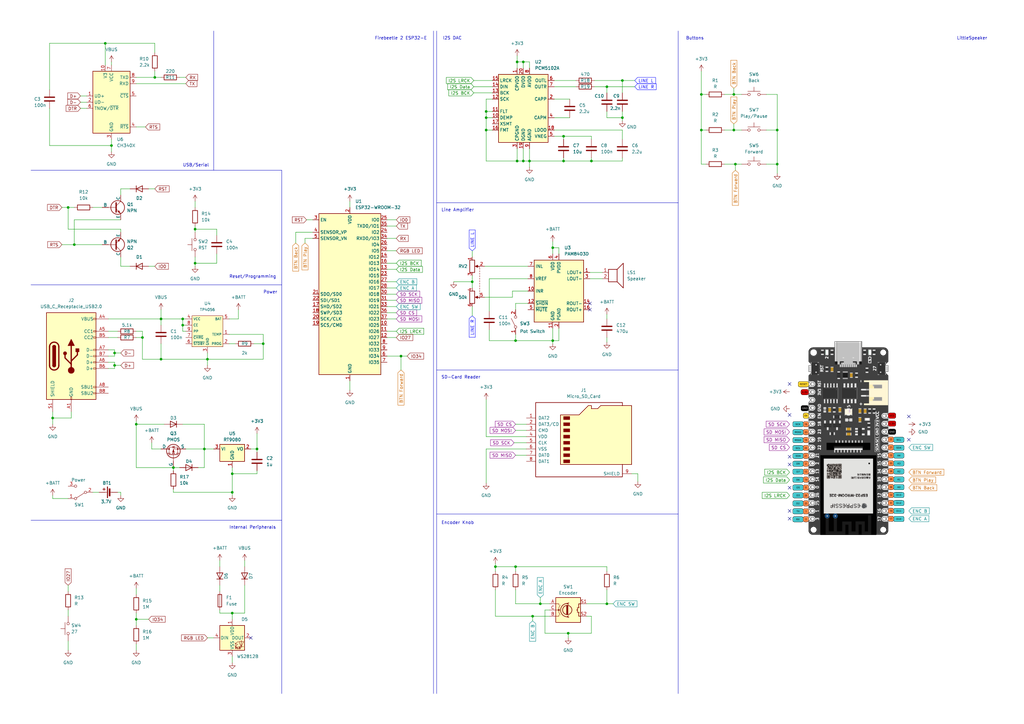
<source format=kicad_sch>
(kicad_sch (version 20230121) (generator eeschema)
  (paper "A3")
  (title_block (title "LittleSpeaker") (date "2024-01-13") (rev "1.0.0") (company "Dunkelstern (Johannes Schriewer)") (comment 1 "Left Side: Firebeetle 2 Internal") (comment 2 "Right Side: Module Schematics") (comment 3 "FIXME: Move BTN Forward to other Pin to be able to use Battery sensing"))
  (junction (at 27.94 85.09))
  (junction (at 80.01 93.98))
  (junction (at 287.655 38.735))
  (junction (at 55.88 254))
  (junction (at 43.18 17.78))
  (junction (at 105.41 184.15))
  (junction (at 199.39 48.26))
  (junction (at 58.42 138.43))
  (junction (at 226.695 101.6))
  (junction (at 300.99 38.735))
  (junction (at 255.27 33.02))
  (junction (at 211.455 232.41))
  (junction (at 95.25 251.46))
  (junction (at 74.93 130.81))
  (junction (at 199.39 45.72))
  (junction (at 211.455 139.7))
  (junction (at 287.655 53.34))
  (junction (at 218.44 252.73))
  (junction (at 83.82 184.15))
  (junction (at 226.695 139.7))
  (junction (at 164.465 146.05))
  (junction (at 66.04 130.81))
  (junction (at 242.57 66.04))
  (junction (at 318.77 67.31))
  (junction (at 95.25 201.93))
  (junction (at 71.12 191.77))
  (junction (at 203.2 232.41))
  (junction (at 255.27 48.26))
  (junction (at 46.99 144.78))
  (junction (at 318.77 53.34))
  (junction (at 214.63 66.04))
  (junction (at 85.09 147.32))
  (junction (at 46.99 149.86))
  (junction (at 30.48 100.33))
  (junction (at 248.92 247.65))
  (junction (at 55.88 173.99))
  (junction (at 217.17 66.04))
  (junction (at 95.25 194.31))
  (junction (at 66.04 147.32))
  (junction (at 300.99 53.34))
  (junction (at 212.09 25.4))
  (junction (at 231.14 66.04))
  (junction (at 248.92 35.56))
  (junction (at 74.93 133.35))
  (junction (at 80.01 107.95))
  (junction (at 45.72 59.69))
  (junction (at 107.95 140.97))
  (junction (at 193.675 115.57))
  (junction (at 212.09 66.04))
  (junction (at 233.045 259.715))
  (junction (at 221.615 247.65))
  (junction (at 21.59 171.45))
  (junction (at 214.63 25.4))
  (junction (at 199.39 53.34))
  (junction (at 301.625 67.31))
  (junction (at 231.14 55.88))
  (junction (at 63.5 31.75))
  (no_connect (at 102.87 261.62))
  (no_connect (at 323.85 209.55))
  (no_connect (at 372.745 170.815))
  (no_connect (at 323.85 187.325))
  (no_connect (at 372.745 180.34))
  (no_connect (at 241.935 124.46))
  (no_connect (at 323.85 190.5))
  (no_connect (at 323.85 157.48))
  (no_connect (at 323.85 170.18))
  (no_connect (at 323.85 212.725))
  (no_connect (at 323.85 200.025))
  (no_connect (at 241.935 127))
  (wire (pts (xy 63.5 31.75) (xy 66.04 31.75)))
  (wire (pts (xy 49.53 90.17) (xy 30.48 90.17)))
  (wire (pts (xy 95.25 191.77) (xy 95.25 194.31)))
  (wire (pts (xy 71.12 191.77) (xy 71.12 193.04)))
  (wire (pts (xy 198.755 121.92) (xy 210.185 121.92)))
  (wire (pts (xy 210.185 119.38) (xy 216.535 119.38)))
  (wire (pts (xy 45.72 59.69) (xy 45.72 62.23)))
  (wire (pts (xy 95.25 251.46) (xy 95.25 254)))
  (wire (pts (xy 203.2 241.935) (xy 203.2 252.73)))
  (wire (pts (xy 255.27 33.02) (xy 260.35 33.02)))
  (wire (pts (xy 193.675 125.73) (xy 193.675 129.54)))
  (wire (pts (xy 200.66 139.7) (xy 211.455 139.7)))
  (wire (pts (xy 45.72 59.69) (xy 45.72 57.15)))
  (wire (pts (xy 301.625 67.31) (xy 301.625 69.85)))
  (wire (pts (xy 158.75 92.71) (xy 162.56 92.71)))
  (wire (pts (xy 30.48 100.33) (xy 25.4 100.33)))
  (wire (pts (xy 20.32 17.78) (xy 43.18 17.78)))
  (wire (pts (xy 255.27 48.26) (xy 255.27 49.53)))
  (wire (pts (xy 300.99 53.34) (xy 304.165 53.34)))
  (wire (pts (xy 233.045 259.715) (xy 233.045 261.62)))
  (wire (pts (xy 27.94 262.89) (xy 27.94 266.7)))
  (wire (pts (xy 221.615 245.11) (xy 221.615 247.65)))
  (wire (pts (xy 74.93 173.99) (xy 83.82 173.99)))
  (wire (pts (xy 80.01 105.41) (xy 80.01 107.95)))
  (wire (pts (xy 21.59 204.47) (xy 27.94 204.47)))
  (wire (pts (xy 318.77 53.34) (xy 318.77 67.31)))
  (wire (pts (xy 100.33 229.87) (xy 100.33 232.41)))
  (wire (pts (xy 227.33 33.02) (xy 236.22 33.02)))
  (wire (pts (xy 93.98 137.16) (xy 107.95 137.16)))
  (wire (pts (xy 314.325 38.735) (xy 318.77 38.735)))
  (wire (pts (xy 242.57 259.715) (xy 233.045 259.715)))
  (wire (pts (xy 97.79 130.81) (xy 97.79 127)))
  (wire (pts (xy 301.625 67.31) (xy 304.165 67.31)))
  (wire (pts (xy 27.94 85.09) (xy 30.48 85.09)))
  (wire (pts (xy 158.75 138.43) (xy 162.56 138.43)))
  (wire (pts (xy 93.98 140.97) (xy 96.52 140.97)))
  (wire (pts (xy 198.755 109.22) (xy 216.535 109.22)))
  (wire (pts (xy 203.2 252.73) (xy 218.44 252.73)))
  (wire (pts (xy 261.62 194.31) (xy 261.62 197.485)))
  (polyline (pts (xy 115.57 116.84) (xy 115.57 69.85)))
  (wire (pts (xy 226.695 101.6) (xy 226.695 104.14)))
  (wire (pts (xy 211.455 232.41) (xy 203.2 232.41)))
  (wire (pts (xy 200.66 135.255) (xy 200.66 139.7)))
  (wire (pts (xy 218.44 252.73) (xy 218.44 254.635)))
  (wire (pts (xy 248.92 138.43) (xy 248.92 140.335)))
  (wire (pts (xy 211.455 137.16) (xy 211.455 139.7)))
  (wire (pts (xy 217.17 25.4) (xy 214.63 25.4)))
  (wire (pts (xy 74.93 133.35) (xy 74.93 130.81)))
  (wire (pts (xy 143.51 82.55) (xy 143.51 85.09)))
  (wire (pts (xy 45.72 25.4) (xy 45.72 26.67)))
  (wire (pts (xy 241.935 111.76) (xy 247.015 111.76)))
  (wire (pts (xy 300.99 50.8) (xy 300.99 53.34)))
  (wire (pts (xy 199.39 66.04) (xy 212.09 66.04)))
  (wire (pts (xy 104.14 140.97) (xy 107.95 140.97)))
  (polyline (pts (xy 87.63 12.7) (xy 87.63 69.85)))
  (wire (pts (xy 80.01 93.98) (xy 80.01 95.25)))
  (wire (pts (xy 255.27 53.34) (xy 227.33 53.34)))
  (wire (pts (xy 55.88 264.16) (xy 55.88 266.7)))
  (wire (pts (xy 248.92 234.315) (xy 248.92 232.41)))
  (wire (pts (xy 46.99 151.13) (xy 46.99 149.86)))
  (wire (pts (xy 287.655 53.34) (xy 289.56 53.34)))
  (wire (pts (xy 229.235 101.6) (xy 226.695 101.6)))
  (polyline (pts (xy 179.07 151.765) (xy 278.13 151.765)))
  (wire (pts (xy 248.92 48.26) (xy 255.27 48.26)))
  (wire (pts (xy 44.45 148.59) (xy 46.99 148.59)))
  (wire (pts (xy 158.75 110.49) (xy 162.56 110.49)))
  (wire (pts (xy 227.33 48.26) (xy 233.68 48.26)))
  (wire (pts (xy 88.9 96.52) (xy 88.9 93.98)))
  (wire (pts (xy 66.04 130.81) (xy 66.04 133.35)))
  (wire (pts (xy 95.25 201.93) (xy 95.25 194.31)))
  (wire (pts (xy 218.44 252.73) (xy 225.425 252.73)))
  (wire (pts (xy 46.99 149.86) (xy 49.53 149.86)))
  (wire (pts (xy 248.92 45.72) (xy 248.92 48.26)))
  (wire (pts (xy 55.88 251.46) (xy 55.88 254)))
  (wire (pts (xy 229.235 134.62) (xy 229.235 139.7)))
  (wire (pts (xy 25.4 85.09) (xy 27.94 85.09)))
  (wire (pts (xy 49.53 105.41) (xy 49.53 109.22)))
  (wire (pts (xy 63.5 29.21) (xy 63.5 31.75)))
  (wire (pts (xy 212.09 60.96) (xy 212.09 66.04)))
  (wire (pts (xy 212.09 66.04) (xy 214.63 66.04)))
  (wire (pts (xy 199.39 53.34) (xy 199.39 48.26)))
  (wire (pts (xy 83.82 184.15) (xy 83.82 191.77)))
  (wire (pts (xy 58.42 135.89) (xy 58.42 138.43)))
  (wire (pts (xy 49.53 95.25) (xy 49.53 93.98)))
  (wire (pts (xy 211.455 124.46) (xy 211.455 127)))
  (wire (pts (xy 55.88 31.75) (xy 63.5 31.75)))
  (wire (pts (xy 255.27 66.04) (xy 242.57 66.04)))
  (wire (pts (xy 63.5 17.78) (xy 43.18 17.78)))
  (wire (pts (xy 20.32 36.83) (xy 20.32 17.78)))
  (wire (pts (xy 85.09 147.32) (xy 85.09 149.86)))
  (wire (pts (xy 158.75 123.19) (xy 162.56 123.19)))
  (wire (pts (xy 55.88 172.72) (xy 55.88 173.99)))
  (wire (pts (xy 199.39 48.26) (xy 201.93 48.26)))
  (polyline (pts (xy 278.13 210.82) (xy 278.13 284.48)))
  (wire (pts (xy 49.53 109.22) (xy 53.34 109.22)))
  (wire (pts (xy 242.57 64.77) (xy 242.57 66.04)))
  (wire (pts (xy 242.57 252.73) (xy 242.57 259.715)))
  (wire (pts (xy 90.17 229.87) (xy 90.17 232.41)))
  (wire (pts (xy 217.17 60.96) (xy 217.17 66.04)))
  (wire (pts (xy 90.17 251.46) (xy 90.17 250.19)))
  (polyline (pts (xy 12.7 116.84) (xy 115.57 116.84)))
  (wire (pts (xy 88.9 93.98) (xy 80.01 93.98)))
  (wire (pts (xy 58.42 138.43) (xy 58.42 147.32)))
  (polyline (pts (xy 278.13 210.82) (xy 179.07 210.82)))
  (wire (pts (xy 20.32 44.45) (xy 20.32 59.69)))
  (wire (pts (xy 200.66 114.3) (xy 200.66 127.635)))
  (polyline (pts (xy 115.57 69.85) (xy 87.63 69.85)))
  (wire (pts (xy 212.09 22.86) (xy 212.09 25.4)))
  (wire (pts (xy 44.45 143.51) (xy 46.99 143.51)))
  (polyline (pts (xy 12.7 213.36) (xy 115.57 213.36)))
  (wire (pts (xy 223.52 259.715) (xy 233.045 259.715)))
  (wire (pts (xy 46.99 143.51) (xy 46.99 144.78)))
  (wire (pts (xy 49.53 77.47) (xy 49.53 80.01)))
  (wire (pts (xy 33.02 44.45) (xy 35.56 44.45)))
  (wire (pts (xy 217.17 66.04) (xy 231.14 66.04)))
  (wire (pts (xy 158.75 130.81) (xy 162.56 130.81)))
  (wire (pts (xy 63.5 21.59) (xy 63.5 17.78)))
  (polyline (pts (xy 278.13 151.765) (xy 278.13 210.82)))
  (wire (pts (xy 43.18 17.78) (xy 43.18 26.67)))
  (wire (pts (xy 199.39 40.64) (xy 199.39 45.72)))
  (wire (pts (xy 53.34 77.47) (xy 49.53 77.47)))
  (wire (pts (xy 46.99 146.05) (xy 46.99 144.78)))
  (wire (pts (xy 33.02 41.91) (xy 35.56 41.91)))
  (wire (pts (xy 217.17 66.04) (xy 217.17 68.58)))
  (wire (pts (xy 193.675 113.03) (xy 193.675 115.57)))
  (wire (pts (xy 227.33 40.64) (xy 233.68 40.64)))
  (wire (pts (xy 215.9 179.07) (xy 199.39 179.07)))
  (wire (pts (xy 62.23 184.15) (xy 66.04 184.15)))
  (wire (pts (xy 125.095 97.79) (xy 125.095 99.695)))
  (wire (pts (xy 211.455 247.65) (xy 221.615 247.65)))
  (wire (pts (xy 107.95 140.97) (xy 107.95 147.32)))
  (wire (pts (xy 44.45 135.89) (xy 48.26 135.89)))
  (wire (pts (xy 71.12 191.77) (xy 55.88 191.77)))
  (wire (pts (xy 259.08 194.31) (xy 261.62 194.31)))
  (wire (pts (xy 105.41 193.04) (xy 105.41 194.31)))
  (wire (pts (xy 214.63 60.96) (xy 214.63 66.04)))
  (wire (pts (xy 248.92 35.56) (xy 248.92 38.1)))
  (wire (pts (xy 211.455 241.935) (xy 211.455 247.65)))
  (wire (pts (xy 287.655 38.735) (xy 287.655 53.34)))
  (wire (pts (xy 49.53 201.93) (xy 48.26 201.93)))
  (wire (pts (xy 49.53 93.98) (xy 27.94 93.98)))
  (wire (pts (xy 27.94 240.03) (xy 27.94 242.57)))
  (wire (pts (xy 287.655 67.31) (xy 289.56 67.31)))
  (wire (pts (xy 46.99 144.78) (xy 49.53 144.78)))
  (wire (pts (xy 226.695 99.06) (xy 226.695 101.6)))
  (wire (pts (xy 229.235 104.14) (xy 229.235 101.6)))
  (wire (pts (xy 55.88 254) (xy 55.88 256.54)))
  (wire (pts (xy 217.17 27.94) (xy 217.17 25.4)))
  (wire (pts (xy 300.99 36.195) (xy 300.99 38.735)))
  (wire (pts (xy 83.82 173.99) (xy 83.82 184.15)))
  (wire (pts (xy 60.96 77.47) (xy 63.5 77.47)))
  (wire (pts (xy 30.48 100.33) (xy 41.91 100.33)))
  (wire (pts (xy 27.94 250.19) (xy 27.94 252.73)))
  (wire (pts (xy 102.87 184.15) (xy 105.41 184.15)))
  (wire (pts (xy 62.23 181.61) (xy 62.23 184.15)))
  (wire (pts (xy 38.1 85.09) (xy 41.91 85.09)))
  (wire (pts (xy 58.42 138.43) (xy 55.88 138.43)))
  (wire (pts (xy 210.185 121.92) (xy 210.185 119.38)))
  (wire (pts (xy 248.92 128.905) (xy 248.92 130.81)))
  (wire (pts (xy 242.57 57.15) (xy 242.57 55.88)))
  (wire (pts (xy 83.82 184.15) (xy 87.63 184.15)))
  (wire (pts (xy 93.98 130.81) (xy 97.79 130.81)))
  (wire (pts (xy 226.695 134.62) (xy 226.695 139.7)))
  (wire (pts (xy 81.28 191.77) (xy 83.82 191.77)))
  (wire (pts (xy 211.455 176.53) (xy 215.9 176.53)))
  (wire (pts (xy 158.75 97.79) (xy 162.56 97.79)))
  (wire (pts (xy 55.88 135.89) (xy 58.42 135.89)))
  (wire (pts (xy 318.77 67.31) (xy 318.77 71.12)))
  (wire (pts (xy 243.84 33.02) (xy 255.27 33.02)))
  (wire (pts (xy 318.77 38.735) (xy 318.77 53.34)))
  (wire (pts (xy 164.465 146.05) (xy 164.465 151.765)))
  (wire (pts (xy 44.45 151.13) (xy 46.99 151.13)))
  (wire (pts (xy 158.75 115.57) (xy 162.56 115.57)))
  (wire (pts (xy 248.92 247.65) (xy 251.46 247.65)))
  (wire (pts (xy 100.33 240.03) (xy 100.33 251.46)))
  (polyline (pts (xy 115.57 116.84) (xy 115.57 284.48)))
  (wire (pts (xy 58.42 147.32) (xy 66.04 147.32)))
  (wire (pts (xy 194.31 33.02) (xy 201.93 33.02)))
  (wire (pts (xy 80.01 92.71) (xy 80.01 93.98)))
  (wire (pts (xy 158.75 102.87) (xy 162.56 102.87)))
  (wire (pts (xy 216.535 124.46) (xy 211.455 124.46)))
  (wire (pts (xy 85.09 147.32) (xy 85.09 144.78)))
  (wire (pts (xy 240.665 252.73) (xy 242.57 252.73)))
  (wire (pts (xy 193.675 115.57) (xy 193.675 118.11)))
  (wire (pts (xy 240.665 247.65) (xy 248.92 247.65)))
  (wire (pts (xy 55.88 173.99) (xy 67.31 173.99)))
  (wire (pts (xy 297.18 38.735) (xy 300.99 38.735)))
  (wire (pts (xy 212.09 25.4) (xy 214.63 25.4)))
  (wire (pts (xy 194.31 35.56) (xy 201.93 35.56)))
  (wire (pts (xy 221.615 247.65) (xy 225.425 247.65)))
  (wire (pts (xy 255.27 64.77) (xy 255.27 66.04)))
  (wire (pts (xy 73.66 31.75) (xy 76.2 31.75)))
  (wire (pts (xy 105.41 177.8) (xy 105.41 184.15)))
  (polyline (pts (xy 278.13 83.185) (xy 278.13 151.765)))
  (wire (pts (xy 226.695 139.7) (xy 226.695 140.97)))
  (wire (pts (xy 211.455 232.41) (xy 248.92 232.41)))
  (wire (pts (xy 29.21 171.45) (xy 29.21 168.91)))
  (wire (pts (xy 231.14 64.77) (xy 231.14 66.04)))
  (wire (pts (xy 241.935 114.3) (xy 247.015 114.3)))
  (wire (pts (xy 55.88 241.3) (xy 55.88 243.84)))
  (wire (pts (xy 158.75 135.89) (xy 162.56 135.89)))
  (wire (pts (xy 225.425 250.19) (xy 223.52 250.19)))
  (wire (pts (xy 60.96 109.22) (xy 63.5 109.22)))
  (wire (pts (xy 287.655 29.21) (xy 287.655 38.735)))
  (wire (pts (xy 227.33 55.88) (xy 231.14 55.88)))
  (wire (pts (xy 44.45 130.81) (xy 66.04 130.81)))
  (wire (pts (xy 158.75 107.95) (xy 162.56 107.95)))
  (wire (pts (xy 158.75 90.17) (xy 162.56 90.17)))
  (wire (pts (xy 80.01 107.95) (xy 80.01 109.22)))
  (wire (pts (xy 255.27 33.02) (xy 255.27 38.1)))
  (wire (pts (xy 128.27 97.79) (xy 125.095 97.79)))
  (wire (pts (xy 76.2 184.15) (xy 83.82 184.15)))
  (wire (pts (xy 211.455 234.315) (xy 211.455 232.41)))
  (wire (pts (xy 231.14 55.88) (xy 231.14 57.15)))
  (wire (pts (xy 164.465 146.05) (xy 167.005 146.05)))
  (wire (pts (xy 143.51 156.21) (xy 143.51 160.02)))
  (wire (pts (xy 95.25 201.93) (xy 95.25 203.2)))
  (polyline (pts (xy 12.7 69.85) (xy 87.63 69.85)))
  (wire (pts (xy 248.92 247.65) (xy 248.92 241.935)))
  (polyline (pts (xy 278.13 12.7) (xy 278.13 83.185)))
  (wire (pts (xy 88.9 107.95) (xy 80.01 107.95)))
  (wire (pts (xy 49.53 203.2) (xy 49.53 201.93)))
  (wire (pts (xy 66.04 127) (xy 66.04 130.81)))
  (wire (pts (xy 214.63 25.4) (xy 214.63 27.94)))
  (wire (pts (xy 287.655 53.34) (xy 287.655 67.31)))
  (wire (pts (xy 158.75 125.73) (xy 162.56 125.73)))
  (wire (pts (xy 287.655 38.735) (xy 289.56 38.735)))
  (wire (pts (xy 229.235 139.7) (xy 226.695 139.7)))
  (wire (pts (xy 201.93 53.34) (xy 199.39 53.34)))
  (wire (pts (xy 231.14 55.88) (xy 242.57 55.88)))
  (wire (pts (xy 21.59 168.91) (xy 21.59 171.45)))
  (wire (pts (xy 100.33 251.46) (xy 95.25 251.46)))
  (wire (pts (xy 158.75 128.27) (xy 162.56 128.27)))
  (wire (pts (xy 33.02 39.37) (xy 35.56 39.37)))
  (wire (pts (xy 21.59 171.45) (xy 21.59 173.99)))
  (wire (pts (xy 217.17 66.04) (xy 214.63 66.04)))
  (wire (pts (xy 193.675 102.87) (xy 193.675 105.41)))
  (wire (pts (xy 55.88 254) (xy 60.96 254)))
  (wire (pts (xy 46.99 148.59) (xy 46.99 149.86)))
  (wire (pts (xy 38.1 201.93) (xy 40.64 201.93)))
  (wire (pts (xy 121.285 95.25) (xy 128.27 95.25)))
  (wire (pts (xy 95.25 269.24) (xy 95.25 271.78)))
  (polyline (pts (xy 177.8 12.7) (xy 177.8 284.48)))
  (wire (pts (xy 300.99 38.735) (xy 304.165 38.735)))
  (wire (pts (xy 203.2 232.41) (xy 203.2 234.315)))
  (wire (pts (xy 55.88 52.07) (xy 59.69 52.07)))
  (wire (pts (xy 255.27 48.26) (xy 255.27 45.72)))
  (wire (pts (xy 44.45 138.43) (xy 48.26 138.43)))
  (wire (pts (xy 223.52 250.19) (xy 223.52 259.715)))
  (wire (pts (xy 27.94 93.98) (xy 27.94 85.09)))
  (wire (pts (xy 66.04 140.97) (xy 66.04 147.32)))
  (wire (pts (xy 21.59 171.45) (xy 29.21 171.45)))
  (wire (pts (xy 199.39 53.34) (xy 199.39 66.04)))
  (wire (pts (xy 21.59 204.47) (xy 21.59 203.2)))
  (wire (pts (xy 125.73 90.17) (xy 128.27 90.17)))
  (wire (pts (xy 199.39 45.72) (xy 199.39 48.26)))
  (wire (pts (xy 210.82 181.61) (xy 215.9 181.61)))
  (wire (pts (xy 243.84 35.56) (xy 248.92 35.56)))
  (wire (pts (xy 107.95 147.32) (xy 85.09 147.32)))
  (wire (pts (xy 20.32 59.69) (xy 45.72 59.69)))
  (wire (pts (xy 88.9 104.14) (xy 88.9 107.95)))
  (wire (pts (xy 85.09 261.62) (xy 87.63 261.62)))
  (wire (pts (xy 80.01 82.55) (xy 80.01 85.09)))
  (wire (pts (xy 199.39 179.07) (xy 199.39 163.83)))
  (wire (pts (xy 71.12 201.93) (xy 95.25 201.93)))
  (wire (pts (xy 74.93 135.89) (xy 74.93 133.35)))
  (polyline (pts (xy 179.07 83.185) (xy 278.13 83.185)))
  (wire (pts (xy 193.675 115.57) (xy 186.055 115.57)))
  (wire (pts (xy 44.45 146.05) (xy 46.99 146.05)))
  (wire (pts (xy 158.75 146.05) (xy 164.465 146.05)))
  (wire (pts (xy 158.75 118.11) (xy 162.56 118.11)))
  (wire (pts (xy 73.66 191.77) (xy 71.12 191.77)))
  (wire (pts (xy 297.18 53.34) (xy 300.99 53.34)))
  (wire (pts (xy 211.455 186.69) (xy 215.9 186.69)))
  (wire (pts (xy 158.75 120.65) (xy 162.56 120.65)))
  (polyline (pts (xy 179.07 12.7) (xy 179.07 284.48)))
  (wire (pts (xy 199.39 184.15) (xy 199.39 198.12)))
  (wire (pts (xy 95.25 194.31) (xy 105.41 194.31)))
  (wire (pts (xy 314.325 53.34) (xy 318.77 53.34)))
  (wire (pts (xy 105.41 184.15) (xy 105.41 185.42)))
  (wire (pts (xy 201.93 40.64) (xy 199.39 40.64)))
  (wire (pts (xy 211.455 139.7) (xy 226.695 139.7)))
  (wire (pts (xy 107.95 137.16) (xy 107.95 140.97)))
  (wire (pts (xy 194.31 38.1) (xy 201.93 38.1)))
  (wire (pts (xy 66.04 130.81) (xy 74.93 130.81)))
  (wire (pts (xy 76.2 133.35) (xy 74.93 133.35)))
  (wire (pts (xy 227.33 35.56) (xy 236.22 35.56)))
  (wire (pts (xy 203.2 231.14) (xy 203.2 232.41)))
  (wire (pts (xy 211.455 173.99) (xy 215.9 173.99)))
  (wire (pts (xy 74.93 130.81) (xy 76.2 130.81)))
  (wire (pts (xy 55.88 34.29) (xy 76.2 34.29)))
  (wire (pts (xy 71.12 200.66) (xy 71.12 201.93)))
  (wire (pts (xy 201.93 45.72) (xy 199.39 45.72)))
  (wire (pts (xy 216.535 114.3) (xy 200.66 114.3)))
  (wire (pts (xy 121.285 99.695) (xy 121.285 95.25)))
  (wire (pts (xy 55.88 191.77) (xy 55.88 173.99)))
  (wire (pts (xy 212.09 27.94) (xy 212.09 25.4)))
  (wire (pts (xy 231.14 66.04) (xy 242.57 66.04)))
  (wire (pts (xy 76.2 135.89) (xy 74.93 135.89)))
  (wire (pts (xy 90.17 240.03) (xy 90.17 242.57)))
  (wire (pts (xy 30.48 90.17) (xy 30.48 100.33)))
  (wire (pts (xy 95.25 251.46) (xy 90.17 251.46)))
  (wire (pts (xy 215.9 184.15) (xy 199.39 184.15)))
  (wire (pts (xy 248.92 35.56) (xy 260.35 35.56)))
  (wire (pts (xy 297.18 67.31) (xy 301.625 67.31)))
  (wire (pts (xy 314.325 67.31) (xy 318.77 67.31)))
  (wire (pts (xy 66.04 147.32) (xy 85.09 147.32)))
  (wire (pts (xy 255.27 57.15) (xy 255.27 53.34)))
  (image (at 347.98 179.705))
  (text "Encoder Knob" (at 180.975 215.265 0) (effects (font (size 1.27 1.27)) (justify left bottom)))
  (text "Buttons" (at 281.305 16.51 0) (effects (font (size 1.27 1.27)) (justify left bottom)))
  (text "Firebeetle 2 ESP32-E" (at 153.67 16.51 0) (effects (font (size 1.27 1.27)) (justify left bottom)))
  (text "LittleSpeaker" (at 392.43 16.51 0) (effects (font (size 1.27 1.27)) (justify left bottom)))
  (text "Reset/Programming" (at 93.98 114.3 0) (effects (font (size 1.27 1.27)) (justify left bottom)))
  (text "Internal Peripherals" (at 93.98 217.17 0) (effects (font (size 1.27 1.27)) (justify left bottom)))
  (text "SD-Card Reader" (at 180.975 155.575 0) (effects (font (size 1.27 1.27)) (justify left bottom)))
  (text "I2S DAC" (at 181.61 16.51 0) (effects (font (size 1.27 1.27)) (justify left bottom)))
  (text "Power" (at 107.95 120.65 0) (effects (font (size 1.27 1.27)) (justify left bottom)))
  (text "Line Amplifier" (at 180.975 86.995 0) (effects (font (size 1.27 1.27)) (justify left bottom)))
  (text "USB/Serial" (at 74.93 68.58 0) (effects (font (size 1.27 1.27)) (justify left bottom)))
  (global_label "ENC SW" (shape input) (at 372.745 183.515 0) (property "Intersheetrefs" "${INTERSHEET_REFS}" (effects hide)))
  (global_label "LINE L" (shape input) (at 193.675 102.87 90) (property "Intersheetrefs" "${INTERSHEET_REFS}" (effects hide)))
  (global_label "I2S BCK" (shape input) (at 162.56 107.95 0) (property "Intersheetrefs" "${INTERSHEET_REFS}" (effects hide)))
  (global_label "ENC B" (shape input) (at 162.56 115.57 0) (property "Intersheetrefs" "${INTERSHEET_REFS}" (effects hide)))
  (global_label "TX" (shape input) (at 76.2 34.29 0) (property "Intersheetrefs" "${INTERSHEET_REFS}" (effects hide)))
  (global_label "SD SCK" (shape input) (at 323.85 173.99 180) (property "Intersheetrefs" "${INTERSHEET_REFS}" (effects hide)))
  (global_label "SD MOSI" (shape input) (at 162.56 130.81 0) (property "Intersheetrefs" "${INTERSHEET_REFS}" (effects hide)))
  (global_label "BTN Play" (shape input) (at 300.99 50.8 90) (property "Intersheetrefs" "${INTERSHEET_REFS}" (effects hide)))
  (global_label "BTN Forward" (shape input) (at 301.625 69.85 270) (property "Intersheetrefs" "${INTERSHEET_REFS}" (effects hide)))
  (global_label "D-" (shape input) (at 49.53 144.78 0) (property "Intersheetrefs" "${INTERSHEET_REFS}" (effects hide)))
  (global_label "I2S Data" (shape input) (at 194.31 35.56 180) (property "Intersheetrefs" "${INTERSHEET_REFS}" (effects hide)))
  (global_label "RX" (shape input) (at 76.2 31.75 0) (property "Intersheetrefs" "${INTERSHEET_REFS}" (effects hide)))
  (global_label "ENC A" (shape input) (at 372.745 212.725 0) (property "Intersheetrefs" "${INTERSHEET_REFS}" (effects hide)))
  (global_label "IO34" (shape input) (at 167.005 146.05 0) (property "Intersheetrefs" "${INTERSHEET_REFS}" (effects hide)))
  (global_label "RGB LED" (shape input) (at 162.56 102.87 0) (property "Intersheetrefs" "${INTERSHEET_REFS}" (effects hide)))
  (global_label "I2S BCK" (shape input) (at 323.85 193.675 180) (property "Intersheetrefs" "${INTERSHEET_REFS}" (effects hide)))
  (global_label "ENC B" (shape input) (at 372.745 209.55 0) (property "Intersheetrefs" "${INTERSHEET_REFS}" (effects hide)))
  (global_label "BTN Back" (shape input) (at 121.285 99.695 270) (property "Intersheetrefs" "${INTERSHEET_REFS}" (effects hide)))
  (global_label "LINE L" (shape input) (at 260.35 33.02 0) (property "Intersheetrefs" "${INTERSHEET_REFS}" (effects hide)))
  (global_label "I2S LRCK" (shape input) (at 162.56 135.89 0) (property "Intersheetrefs" "${INTERSHEET_REFS}" (effects hide)))
  (global_label "SD MISO" (shape input) (at 211.455 186.69 180) (property "Intersheetrefs" "${INTERSHEET_REFS}" (effects hide)))
  (global_label "I2S LRCK" (shape input) (at 194.31 33.02 180) (property "Intersheetrefs" "${INTERSHEET_REFS}" (effects hide)))
  (global_label "IO0" (shape input) (at 162.56 90.17 0) (property "Intersheetrefs" "${INTERSHEET_REFS}" (effects hide)))
  (global_label "IO34" (shape input) (at 60.96 254 0) (property "Intersheetrefs" "${INTERSHEET_REFS}" (effects hide)))
  (global_label "LINE R" (shape input) (at 260.35 35.56 0) (property "Intersheetrefs" "${INTERSHEET_REFS}" (effects hide)))
  (global_label "I2S Data" (shape input) (at 162.56 110.49 0) (property "Intersheetrefs" "${INTERSHEET_REFS}" (effects hide)))
  (global_label "RGB LED" (shape input) (at 85.09 261.62 180) (property "Intersheetrefs" "${INTERSHEET_REFS}" (effects hide)))
  (global_label "LINE R" (shape input) (at 193.675 129.54 270) (property "Intersheetrefs" "${INTERSHEET_REFS}" (effects hide)))
  (global_label "BTN Play" (shape input) (at 125.095 99.695 270) (property "Intersheetrefs" "${INTERSHEET_REFS}" (effects hide)))
  (global_label "SD MISO" (shape input) (at 162.56 123.19 0) (property "Intersheetrefs" "${INTERSHEET_REFS}" (effects hide)))
  (global_label "TX" (shape input) (at 162.56 92.71 0) (property "Intersheetrefs" "${INTERSHEET_REFS}" (effects hide)))
  (global_label "D+" (shape input) (at 33.02 39.37 180) (property "Intersheetrefs" "${INTERSHEET_REFS}" (effects hide)))
  (global_label "ENC SW" (shape input) (at 251.46 247.65 0) (property "Intersheetrefs" "${INTERSHEET_REFS}" (effects hide)))
  (global_label "IO27" (shape input) (at 162.56 138.43 0) (property "Intersheetrefs" "${INTERSHEET_REFS}" (effects hide)))
  (global_label "SD SCK" (shape input) (at 210.82 181.61 180) (property "Intersheetrefs" "${INTERSHEET_REFS}" (effects hide)))
  (global_label "SD CS" (shape input) (at 211.455 173.99 180) (property "Intersheetrefs" "${INTERSHEET_REFS}" (effects hide)))
  (global_label "RST" (shape input) (at 125.73 90.17 180) (property "Intersheetrefs" "${INTERSHEET_REFS}" (effects hide)))
  (global_label "ENC A" (shape input) (at 221.615 245.11 90) (property "Intersheetrefs" "${INTERSHEET_REFS}" (effects hide)))
  (global_label "BTN Back" (shape input) (at 300.99 36.195 90) (property "Intersheetrefs" "${INTERSHEET_REFS}" (effects hide)))
  (global_label "DTR" (shape input) (at 33.02 44.45 180) (property "Intersheetrefs" "${INTERSHEET_REFS}" (effects hide)))
  (global_label "RTS" (shape input) (at 59.69 52.07 0) (property "Intersheetrefs" "${INTERSHEET_REFS}" (effects hide)))
  (global_label "BTN Back" (shape input) (at 372.745 200.025 0) (property "Intersheetrefs" "${INTERSHEET_REFS}" (effects hide)))
  (global_label "BTN Play" (shape input) (at 372.745 196.85 0) (property "Intersheetrefs" "${INTERSHEET_REFS}" (effects hide)))
  (global_label "D+" (shape input) (at 49.53 149.86 0) (property "Intersheetrefs" "${INTERSHEET_REFS}" (effects hide)))
  (global_label "SD CS" (shape input) (at 323.85 183.515 180) (property "Intersheetrefs" "${INTERSHEET_REFS}" (effects hide)))
  (global_label "I2S BCK" (shape input) (at 194.31 38.1 180) (property "Intersheetrefs" "${INTERSHEET_REFS}" (effects hide)))
  (global_label "RST" (shape input) (at 63.5 77.47 0) (property "Intersheetrefs" "${INTERSHEET_REFS}" (effects hide)))
  (global_label "SD MOSI" (shape input) (at 211.455 176.53 180) (property "Intersheetrefs" "${INTERSHEET_REFS}" (effects hide)))
  (global_label "ENC SW" (shape input) (at 162.56 125.73 0) (property "Intersheetrefs" "${INTERSHEET_REFS}" (effects hide)))
  (global_label "SD MOSI" (shape input) (at 323.85 177.165 180) (property "Intersheetrefs" "${INTERSHEET_REFS}" (effects hide)))
  (global_label "D-" (shape input) (at 33.02 41.91 180) (property "Intersheetrefs" "${INTERSHEET_REFS}" (effects hide)))
  (global_label "SD CS" (shape input) (at 162.56 128.27 0) (property "Intersheetrefs" "${INTERSHEET_REFS}" (effects hide)))
  (global_label "RX" (shape input) (at 162.56 97.79 0) (property "Intersheetrefs" "${INTERSHEET_REFS}" (effects hide)))
  (global_label "I2S Data" (shape input) (at 323.85 196.85 180) (property "Intersheetrefs" "${INTERSHEET_REFS}" (effects hide)))
  (global_label "SD MISO" (shape input) (at 323.85 180.34 180) (property "Intersheetrefs" "${INTERSHEET_REFS}" (effects hide)))
  (global_label "BTN Forward" (shape input) (at 372.745 193.675 0) (property "Intersheetrefs" "${INTERSHEET_REFS}" (effects hide)))
  (global_label "RTS" (shape input) (at 25.4 100.33 180) (property "Intersheetrefs" "${INTERSHEET_REFS}" (effects hide)))
  (global_label "BTN Forward" (shape input) (at 164.465 151.765 270) (property "Intersheetrefs" "${INTERSHEET_REFS}" (effects hide)))
  (global_label "I2S LRCK" (shape input) (at 323.85 203.2 180) (property "Intersheetrefs" "${INTERSHEET_REFS}" (effects hide)))
  (global_label "SD SCK" (shape input) (at 162.56 120.65 0) (property "Intersheetrefs" "${INTERSHEET_REFS}" (effects hide)))
  (global_label "DTR" (shape input) (at 25.4 85.09 180) (property "Intersheetrefs" "${INTERSHEET_REFS}" (effects hide)))
  (global_label "IO0" (shape input) (at 63.5 109.22 0) (property "Intersheetrefs" "${INTERSHEET_REFS}" (effects hide)))
  (global_label "ENC A" (shape input) (at 162.56 118.11 0) (property "Intersheetrefs" "${INTERSHEET_REFS}" (effects hide)))
  (global_label "ENC B" (shape input) (at 218.44 254.635 270) (property "Intersheetrefs" "${INTERSHEET_REFS}" (effects hide)))
  (global_label "IO27" (shape input) (at 27.94 240.03 90) (property "Intersheetrefs" "${INTERSHEET_REFS}" (effects hide)))
  (symbol (lib_id "Device:R") (at 63.5 25.4 0) (unit 1)
    (property "Reference" "R10" (at 57.15 24.13 0) (effects (justify left)))
    (property "Value" "2.2k" (at 57.15 26.67 0) (effects (justify left)))
  )
  (symbol (lib_id "power:GND") (at 143.51 160.02 0) (unit 1)
    (property "Reference" "#PWR02" (effects hide))
    (property "Value" "GND" (at 143.51 165.1 0))
  )
  (symbol (lib_id "Device:C") (at 20.32 40.64 0) (unit 1)
    (property "Reference" "C3" (at 13.97 40.64 0) (effects (justify left)))
    (property "Value" "100n" (at 13.97 43.18 0) (effects (justify left)))
  )
  (symbol (lib_id "Device:R") (at 211.455 238.125 0) (unit 1)
    (property "Reference" "R5" (at 213.995 236.855 0) (effects (justify left)))
    (property "Value" "R" (at 213.995 239.395 0) (effects (justify left)))
  )
  (symbol (lib_id "power:+BATT") (at 21.59 203.2 0) (unit 1)
    (property "Reference" "#PWR03" (effects hide))
    (property "Value" "+BATT" (at 21.59 198.12 0))
  )
  (symbol (lib_id "Device:R") (at 293.37 38.735 90) (unit 1)
    (property "Reference" "R1" (at 293.37 33.02 90))
    (property "Value" "R" (at 293.37 35.56 90))
  )
  (symbol (lib_id "power:GND") (at 186.055 115.57 0) (unit 1)
    (property "Reference" "#PWR026" (effects hide))
    (property "Value" "GND" (at 186.055 120.65 0))
  )
  (symbol (lib_id "Device:C") (at 242.57 60.96 0) (unit 1)
    (property "Reference" "C8" (at 246.38 59.69 0) (effects (justify left)))
    (property "Value" "100n" (at 246.38 62.23 0) (effects (justify left)))
  )
  (symbol (lib_id "Regulator_Linear:AMS1117-3.3") (at 95.25 184.15 0) (unit 1)
    (property "Reference" "U5" (at 95.25 177.8 0))
    (property "Value" "RT9080" (at 95.25 180.34 0))
    (property "Footprint" "Package_TO_SOT_SMD:SOT-223-3_TabPin2" (effects hide))
    (property "Datasheet" "http://www.advanced-monolithic.com/pdf/ds1117.pdf" (effects hide))
  )
  (symbol (lib_id "power:GND") (at 27.94 266.7 0) (unit 1)
    (property "Reference" "#PWR017" (effects hide))
    (property "Value" "GND" (at 27.94 271.78 0))
  )
  (symbol (lib_id "power:VBUS") (at 66.04 127 0) (unit 1)
    (property "Reference" "#PWR011" (effects hide))
    (property "Value" "VBUS" (at 66.04 121.92 0))
  )
  (symbol (lib_id "Connector:Micro_SD_Card") (at 238.76 179.07 0) (unit 1)
    (property "Reference" "J1" (at 239.395 160.02 0))
    (property "Value" "Micro_SD_Card" (at 239.395 162.56 0))
    (property "Datasheet" "http://katalog.we-online.de/em/datasheet/693072010801.pdf" (effects hide))
  )
  (symbol (lib_id "Simulation_SPICE:NPN") (at 46.99 100.33 0) (mirror x) (unit 1)
    (property "Reference" "Q2" (at 52.07 101.6 0) (effects (justify left)))
    (property "Value" "NPN" (at 52.07 99.06 0) (effects (justify left)))
    (property "Sim.Device" "NPN" (effects hide))
    (property "Sim.Type" "GUMMELPOON" (effects hide))
    (property "Sim.Pins" "1=C 2=B 3=E" (effects hide))
  )
  (symbol (lib_id "Device:R") (at 55.88 247.65 0) (unit 1)
    (property "Reference" "R15" (at 58.42 246.38 0) (effects (justify left)))
    (property "Value" "1M" (at 58.42 248.92 0) (effects (justify left)))
  )
  (symbol (lib_id "power:+3V3") (at 203.2 231.14 0) (unit 1)
    (property "Reference" "#PWR035" (effects hide))
    (property "Value" "+3V3" (at 203.2 226.06 0))
  )
  (symbol (lib_id "power:GND") (at 95.25 203.2 0) (unit 1)
    (property "Reference" "#PWR010" (effects hide))
    (property "Value" "GND" (at 95.25 208.28 0))
  )
  (symbol (lib_id "Device:RotaryEncoder_Switch") (at 233.045 250.19 0) (unit 1)
    (property "Reference" "SW1" (at 233.045 240.665 0))
    (property "Value" "Encoder" (at 233.045 243.205 0))
  )
  (symbol (lib_id "power:GND") (at 85.09 149.86 0) (unit 1)
    (property "Reference" "#PWR06" (effects hide))
    (property "Value" "GND" (at 85.09 154.94 0))
  )
  (symbol (lib_id "power:+BATT") (at 90.17 229.87 0) (unit 1)
    (property "Reference" "#PWR024" (effects hide))
    (property "Value" "+BATT" (at 90.17 224.79 0))
  )
  (symbol (lib_id "power:+3V3") (at 199.39 163.83 0) (unit 1)
    (property "Reference" "#PWR031" (effects hide))
    (property "Value" "+3V3" (at 199.39 158.75 0))
  )
  (symbol (lib_id "Switch:SW_Push") (at 80.01 100.33 90) (unit 1)
    (property "Reference" "SW2" (at 81.28 99.06 90) (effects (justify right)))
    (property "Value" "RST" (at 81.28 101.6 90) (effects (justify right)))
  )
  (symbol (lib_id "power:+3V3") (at 323.85 160.655 90) (unit 1)
    (property "Reference" "#PWR038" (effects hide))
    (property "Value" "+3V3" (at 320.675 160.655 90) (effects (justify left)))
  )
  (symbol (lib_id "Device:D") (at 57.15 77.47 0) (unit 1)
    (property "Reference" "D2" (at 57.15 81.28 0))
    (property "Value" "D" (effects hide))
    (property "Sim.Device" "D" (effects hide))
    (property "Sim.Pins" "1=K 2=A" (effects hide))
  )
  (symbol (lib_id "Device:C") (at 231.14 60.96 0) (unit 1)
    (property "Reference" "C7" (at 234.95 59.69 0) (effects (justify left)))
    (property "Value" "10u" (at 234.95 62.23 0) (effects (justify left)))
  )
  (symbol (lib_id "power:VBUS") (at 100.33 229.87 0) (unit 1)
    (property "Reference" "#PWR023" (effects hide))
    (property "Value" "VBUS" (at 100.33 224.79 0))
  )
  (symbol (lib_id "Device:R") (at 100.33 140.97 90) (unit 1)
    (property "Reference" "R9" (at 100.33 140.97 90))
    (property "Value" "2k" (at 100.33 144.78 90))
  )
  (symbol (lib_id "power:GND") (at 80.01 109.22 0) (unit 1)
    (property "Reference" "#PWR015" (effects hide))
    (property "Value" "GND" (at 80.01 114.3 0))
  )
  (symbol (lib_id "Device:R") (at 248.92 238.125 0) (unit 1)
    (property "Reference" "R6" (at 251.46 236.855 0) (effects (justify left)))
    (property "Value" "R" (at 251.46 239.395 0) (effects (justify left)))
  )
  (symbol (lib_id "Device:C") (at 105.41 189.23 0) (unit 1)
    (property "Reference" "C2" (at 109.22 187.96 0) (effects (justify left)))
    (property "Value" "1u" (at 109.22 190.5 0) (effects (justify left)))
  )
  (symbol (lib_id "Battery:TP4056") (at 78.74 142.24 0) (unit 1)
    (property "Reference" "U4" (at 85.09 124.46 0))
    (property "Value" "TP4056" (at 85.09 127 0) (effects (font (size 1.1 1.1))))
    (property "Footprint" "Package_SO:SOIC-8-1EP_3.9x4.9mm_P1.27mm_EP2.29x3mm" (effects hide))
  )
  (symbol (lib_id "power:GND") (at 199.39 198.12 0) (unit 1)
    (property "Reference" "#PWR032" (effects hide))
    (property "Value" "GND" (at 199.39 203.2 0))
  )
  (symbol (lib_id "power:VBUS") (at 45.72 25.4 0) (unit 1)
    (property "Reference" "#PWR012" (effects hide))
    (property "Value" "VBUS" (at 45.72 20.32 0))
  )
  (symbol (lib_id "Device:R") (at 52.07 138.43 90) (unit 1)
    (property "Reference" "R7" (at 52.07 138.43 90))
    (property "Value" "5.1k" (effects hide))
  )
  (symbol (lib_id "Switch:SW_Push") (at 27.94 257.81 90) (unit 1)
    (property "Reference" "SW4" (at 29.21 256.54 90) (effects (justify right)))
    (property "Value" "27" (at 29.21 259.08 90) (effects (justify right)))
  )
  (symbol (lib_id "Device:C") (at 255.27 41.91 0) (unit 1)
    (property "Reference" "C9" (at 251.46 39.37 0) (effects (justify left)))
    (property "Value" "2.2n" (effects hide))
  )
  (symbol (lib_id "Device:R_Potentiometer_Dual") (at 196.215 115.57 270) (unit 1)
    (property "Reference" "RV2" (at 189.865 109.22 90))
    (property "Value" "50k" (at 189.865 121.92 90))
  )
  (symbol (lib_id "power:+3V3") (at 80.01 82.55 0) (unit 1)
    (property "Reference" "#PWR014" (effects hide))
    (property "Value" "+3V3" (at 80.01 77.47 0))
  )
  (symbol (lib_id "Simulation_SPICE:PMOS") (at 71.12 186.69 90) (unit 1)
    (property "Reference" "Q3" (at 71.12 177.8 90))
    (property "Value" "PMOS" (at 71.12 180.34 90))
    (property "Datasheet" "https://ngspice.sourceforge.io/docs/ngspice-manual.pdf" (effects hide))
    (property "Sim.Device" "PMOS" (effects hide))
    (property "Sim.Type" "VDMOS" (effects hide))
    (property "Sim.Pins" "1=D 2=G 3=S" (effects hide))
  )
  (symbol (lib_id "Device:R") (at 293.37 53.34 90) (unit 1)
    (property "Reference" "R2" (at 293.37 46.99 90))
    (property "Value" "R" (at 293.37 49.53 90))
  )
  (symbol (lib_id "power:+3V3") (at 287.655 29.21 0) (unit 1)
    (property "Reference" "#PWR036" (effects hide))
    (property "Value" "+3V3" (at 287.655 24.13 0))
  )
  (symbol (lib_id "Device:Battery_Cell") (at 45.72 201.93 90) (unit 1)
    (property "Reference" "BT1" (at 45.72 198.12 90) (effects (justify left)))
    (property "Value" "3.7V" (at 45.72 205.74 90) (effects (justify left)))
  )
  (symbol (lib_id "power:GND") (at 255.27 49.53 0) (unit 1)
    (property "Reference" "#PWR022" (effects hide))
    (property "Value" "GND" (at 259.08 52.07 0))
  )
  (symbol (lib_id "power:GND") (at 318.77 71.12 0) (unit 1)
    (property "Reference" "#PWR037" (effects hide))
    (property "Value" "GND" (at 318.77 76.2 0))
  )
  (symbol (lib_id "Device:Speaker") (at 252.095 111.76 0) (unit 1)
    (property "Reference" "LS1" (at 257.175 111.76 0) (effects (justify left)))
    (property "Value" "Speaker" (at 257.175 114.3 0) (effects (justify left)))
  )
  (symbol (lib_id "Switch:SW_SPDT") (at 33.02 201.93 180) (unit 1)
    (property "Reference" "SW1" (at 30.48 207.01 0) (effects (justify right)))
    (property "Value" "Power" (at 29.21 196.85 0) (effects (justify right)))
  )
  (symbol (lib_id "power:+BATT") (at 62.23 181.61 0) (unit 1)
    (property "Reference" "#PWR08" (effects hide))
    (property "Value" "+BATT" (at 62.23 176.53 0))
  )
  (symbol (lib_id "Device:R") (at 34.29 85.09 90) (unit 1)
    (property "Reference" "R12" (at 34.29 78.74 90))
    (property "Value" "10k" (at 34.29 81.28 90))
  )
  (symbol (lib_id "Switch:SW_Push") (at 309.245 67.31 0) (unit 1)
    (property "Reference" "SW5" (at 309.245 59.69 0))
    (property "Value" "Forward" (at 309.245 62.23 0))
  )
  (symbol (lib_id "Device:D") (at 90.17 236.22 90) (unit 1)
    (property "Reference" "D6" (at 92.71 236.22 0))
    (property "Value" "D" (effects hide))
    (property "Sim.Device" "D" (effects hide))
    (property "Sim.Pins" "1=K 2=A" (effects hide))
  )
  (symbol (lib_id "Switch:SW_SPST") (at 211.455 132.08 90) (unit 1)
    (property "Reference" "SW3" (at 215.265 132.715 90))
    (property "Value" "Pot Switch" (at 218.44 135.89 90))
  )
  (symbol (lib_id "Device:D") (at 100.33 236.22 90) (unit 1)
    (property "Reference" "D7" (at 102.87 236.22 0))
    (property "Value" "D" (effects hide))
    (property "Sim.Device" "D" (effects hide))
    (property "Sim.Pins" "1=K 2=A" (effects hide))
  )
  (symbol (lib_id "power:+BATT") (at 248.92 128.905 0) (unit 1)
    (property "Reference" "#PWR029" (effects hide))
    (property "Value" "+BATT" (at 248.92 123.825 0))
  )
  (symbol (lib_id "power:GND") (at 261.62 197.485 0) (unit 1)
    (property "Reference" "#PWR033" (effects hide))
    (property "Value" "GND" (at 261.62 202.565 0))
  )
  (symbol (lib_id "Device:R") (at 240.03 33.02 90) (unit 1)
    (property "Reference" "R18" (at 240.03 33.02 90))
    (property "Value" "470" (at 240.03 30.48 90))
  )
  (symbol (lib_id "Device:R") (at 69.85 31.75 90) (unit 1)
    (property "Reference" "R11" (at 69.85 31.75 90))
    (property "Value" "220" (at 69.85 29.21 90))
  )
  (symbol (lib_id "Amplifier_Audio:PAM8403D") (at 229.235 119.38 0) (unit 1)
    (property "Reference" "U3" (at 231.4291 101.6 0) (effects (justify left)))
    (property "Value" "PAM8403D" (at 231.4291 104.14 0) (effects (justify left)))
    (property "Footprint" "Package_SO:SOP-16_3.9x9.9mm_P1.27mm" (effects hide))
    (property "Datasheet" "https://www.diodes.com/assets/Datasheets/PAM8403.pdf" (effects hide))
  )
  (symbol (lib_id "Device:Fuse") (at 90.17 246.38 0) (unit 1)
    (property "Reference" "F1" (at 92.71 245.11 0) (effects (justify left)))
    (property "Value" "Fuse" (at 92.71 247.65 0) (effects (justify left)))
  )
  (symbol (lib_id "power:GND") (at 95.25 271.78 0) (unit 1)
    (property "Reference" "#PWR025" (effects hide))
    (property "Value" "GND" (at 95.25 276.86 0))
  )
  (symbol (lib_id "power:+3V3") (at 372.745 173.99 270) (unit 1)
    (property "Reference" "#PWR039" (effects hide))
    (property "Value" "+3V3" (at 376.555 173.99 90) (effects (justify left)))
  )
  (symbol (lib_id "Device:R") (at 203.2 238.125 0) (unit 1)
    (property "Reference" "R4" (at 205.74 236.855 0) (effects (justify left)))
    (property "Value" "R" (at 205.74 239.395 0) (effects (justify left)))
  )
  (symbol (lib_id "power:GND") (at 21.59 173.99 0) (unit 1)
    (property "Reference" "#PWR07" (effects hide))
    (property "Value" "GND" (at 21.59 179.07 0))
  )
  (symbol (lib_id "power:+3V3") (at 143.51 82.55 0) (unit 1)
    (property "Reference" "#PWR01" (effects hide))
    (property "Value" "+3V3" (at 143.51 77.47 0))
  )
  (symbol (lib_id "power:+3V3") (at 105.41 177.8 0) (unit 1)
    (property "Reference" "#PWR09" (effects hide))
    (property "Value" "+3V3" (at 105.41 172.72 0))
  )
  (symbol (lib_id "power:GND") (at 226.695 140.97 0) (unit 1)
    (property "Reference" "#PWR028" (effects hide))
    (property "Value" "GND" (at 226.695 146.05 0))
  )
  (symbol (lib_id "Device:C") (at 255.27 60.96 0) (unit 1)
    (property "Reference" "C6" (at 259.08 59.69 0) (effects (justify left)))
    (property "Value" "2.2u" (at 259.08 62.23 0) (effects (justify left)))
  )
  (symbol (lib_id "RF_Module:ESP32-WROOM-32") (at 143.51 120.65 0) (unit 1)
    (property "Reference" "U1" (at 145.7041 82.55 0) (effects (justify left)))
    (property "Value" "ESP32-WROOM-32" (at 145.7041 85.09 0) (effects (justify left)))
    (property "Footprint" "RF_Module:ESP32-WROOM-32" (effects hide))
    (property "Datasheet" "https://www.espressif.com/sites/default/files/documentation/esp32-wroom-32_datasheet_en.pdf" (effects hide))
  )
  (symbol (lib_id "LED:WS2812B") (at 95.25 261.62 0) (unit 1)
    (property "Reference" "D5" (at 100.33 254 0))
    (property "Value" "WS2812B" (at 101.6 269.24 0))
    (property "Footprint" "LED_SMD:LED_WS2812B_PLCC4_5.0x5.0mm_P3.2mm" (effects hide))
    (property "Datasheet" "https://cdn-shop.adafruit.com/datasheets/WS2812B.pdf" (effects hide))
  )
  (symbol (lib_id "Connector:USB_C_Receptacle_USB2.0") (at 29.21 146.05 0) (unit 1)
    (property "Reference" "J2" (at 29.21 123.19 0))
    (property "Value" "USB_C_Receptacle_USB2.0" (at 29.21 125.73 0))
    (property "Datasheet" "https://www.usb.org/sites/default/files/documents/usb_type-c.zip" (effects hide))
  )
  (symbol (lib_id "power:GND") (at 372.745 177.165 90) (unit 1)
    (property "Reference" "#PWR041" (effects hide))
    (property "Value" "GND" (at 376.555 177.165 90) (effects (justify right)))
  )
  (symbol (lib_id "power:+3V3") (at 212.09 22.86 0) (unit 1)
    (property "Reference" "#PWR021" (effects hide))
    (property "Value" "+3V3" (at 212.09 17.78 0))
  )
  (symbol (lib_id "power:GND") (at 217.17 68.58 0) (unit 1)
    (property "Reference" "#PWR020" (effects hide))
    (property "Value" "GND" (at 217.17 73.66 0))
  )
  (symbol (lib_id "power:GND") (at 323.85 167.64 270) (unit 1)
    (property "Reference" "#PWR040" (effects hide))
    (property "Value" "GND" (at 320.04 167.64 90) (effects (justify right)))
  )
  (symbol (lib_id "Simulation_SPICE:NPN") (at 46.99 85.09 0) (unit 1)
    (property "Reference" "Q1" (at 52.07 83.82 0) (effects (justify left)))
    (property "Value" "NPN" (at 52.07 86.36 0) (effects (justify left)))
    (property "Sim.Device" "NPN" (effects hide))
    (property "Sim.Type" "GUMMELPOON" (effects hide))
    (property "Sim.Pins" "1=C 2=B 3=E" (effects hide))
  )
  (symbol (lib_id "power:+BATT") (at 55.88 241.3 0) (unit 1)
    (property "Reference" "#PWR016" (effects hide))
    (property "Value" "+BATT" (at 55.88 236.22 0))
  )
  (symbol (lib_id "Device:R") (at 71.12 196.85 0) (unit 1)
    (property "Reference" "R17" (at 73.66 195.58 0) (effects (justify left)))
    (property "Value" "10k" (at 73.66 198.12 0) (effects (justify left)))
  )
  (symbol (lib_id "Device:C") (at 66.04 137.16 0) (unit 1)
    (property "Reference" "C1" (at 69.85 135.89 0) (effects (justify left)))
    (property "Value" "100n" (at 69.85 138.43 0) (effects (justify left)))
  )
  (symbol (lib_id "power:GND") (at 55.88 266.7 0) (unit 1)
    (property "Reference" "#PWR018" (effects hide))
    (property "Value" "GND" (at 55.88 271.78 0))
  )
  (symbol (lib_id "Device:D") (at 57.15 109.22 0) (unit 1)
    (property "Reference" "D1" (at 57.15 105.41 0))
    (property "Value" "D" (effects hide))
    (property "Sim.Device" "D" (effects hide))
    (property "Sim.Pins" "1=K 2=A" (effects hide))
  )
  (symbol (lib_id "power:GND") (at 233.045 261.62 0) (unit 1)
    (property "Reference" "#PWR034" (effects hide))
    (property "Value" "GND" (at 233.045 266.7 0))
  )
  (symbol (lib_id "power:GND") (at 45.72 62.23 0) (unit 1)
    (property "Reference" "#PWR013" (effects hide))
    (property "Value" "GND" (at 45.72 67.31 0))
  )
  (symbol (lib_id "Device:C") (at 248.92 134.62 0) (unit 1)
    (property "Reference" "C12" (at 252.73 133.35 0) (effects (justify left)))
    (property "Value" "470u" (at 252.73 135.89 0) (effects (justify left)))
  )
  (symbol (lib_id "Device:R") (at 240.03 35.56 90) (unit 1)
    (property "Reference" "R19" (at 240.03 35.56 90))
    (property "Value" "470" (effects hide))
  )
  (symbol (lib_id "Device:D") (at 77.47 191.77 180) (unit 1)
    (property "Reference" "D4" (at 77.47 189.23 0))
    (property "Value" "D" (effects hide))
    (property "Sim.Device" "D" (effects hide))
    (property "Sim.Pins" "1=K 2=A" (effects hide))
  )
  (symbol (lib_id "power:GND") (at 248.92 140.335 0) (unit 1)
    (property "Reference" "#PWR030" (effects hide))
    (property "Value" "GND" (at 248.92 145.415 0))
  )
  (symbol (lib_id "power:VBUS") (at 55.88 172.72 0) (unit 1)
    (property "Reference" "#PWR019" (effects hide))
    (property "Value" "VBUS" (at 55.88 167.64 0))
  )
  (symbol (lib_id "Device:C") (at 200.66 131.445 0) (unit 1)
    (property "Reference" "C11" (at 204.47 130.175 0) (effects (justify left)))
    (property "Value" "100n" (at 204.47 132.715 0) (effects (justify left)))
  )
  (symbol (lib_id "Device:C") (at 88.9 100.33 0) (unit 1)
    (property "Reference" "C4" (at 92.71 99.06 0) (effects (justify left)))
    (property "Value" "100n" (at 92.71 101.6 0) (effects (justify left)))
  )
  (symbol (lib_id "Device:R") (at 80.01 88.9 0) (unit 1)
    (property "Reference" "R14" (at 82.55 87.63 0) (effects (justify left)))
    (property "Value" "10k" (at 82.55 90.17 0) (effects (justify left)))
  )
  (symbol (lib_id "Interface_USB:CH340X") (at 45.72 41.91 0) (unit 1)
    (property "Reference" "U6" (at 47.9141 57.15 0) (effects (justify left)))
    (property "Value" "CH340X" (at 47.9141 59.69 0) (effects (justify left)))
    (property "Footprint" "Package_SO:MSOP-10_3x3mm_P0.5mm" (effects hide))
    (property "Datasheet" "https://cdn.sparkfun.com/assets/5/0/a/8/5/CH340DS1.PDF" (effects hide))
  )
  (symbol (lib_id "Switch:SW_Push") (at 309.245 53.34 0) (unit 1)
    (property "Reference" "SW7" (at 309.245 45.085 0))
    (property "Value" "Play/Pause" (at 309.245 47.625 0))
  )
  (symbol (lib_id "power:+BATT") (at 97.79 127 0) (unit 1)
    (property "Reference" "#PWR04" (effects hide))
    (property "Value" "+BATT" (at 97.79 121.92 0))
  )
  (symbol (lib_id "Device:R") (at 293.37 67.31 90) (unit 1)
    (property "Reference" "R3" (at 293.37 61.595 90))
    (property "Value" "R" (at 293.37 64.135 90))
  )
  (symbol (lib_id "power:GND") (at 49.53 203.2 0) (unit 1)
    (property "Reference" "#PWR05" (effects hide))
    (property "Value" "GND" (at 49.53 208.28 0))
  )
  (symbol (lib_id "Device:D") (at 71.12 173.99 180) (unit 1)
    (property "Reference" "D3" (at 71.12 171.45 0))
    (property "Value" "D" (effects hide))
    (property "Sim.Device" "D" (effects hide))
    (property "Sim.Pins" "1=K 2=A" (effects hide))
  )
  (symbol (lib_id "Device:C") (at 248.92 41.91 0) (unit 1)
    (property "Reference" "C10" (at 243.84 39.37 0) (effects (justify left)))
    (property "Value" "2.2n" (at 250.19 44.45 0) (effects (justify left)))
  )
  (symbol (lib_id "Device:R") (at 55.88 260.35 0) (unit 1)
    (property "Reference" "R16" (at 58.42 259.08 0) (effects (justify left)))
    (property "Value" "1M" (at 58.42 261.62 0) (effects (justify left)))
  )
  (symbol (lib_id "Device:R") (at 27.94 246.38 0) (unit 1)
    (property "Reference" "R13" (at 30.48 245.11 0) (effects (justify left)))
    (property "Value" "R" (at 30.48 247.65 0) (effects (justify left)))
  )
  (symbol (lib_id "power:+BATT") (at 226.695 99.06 0) (unit 1)
    (property "Reference" "#PWR027" (effects hide))
    (property "Value" "+BATT" (at 226.695 93.98 0))
  )
  (symbol (lib_id "Device:R") (at 52.07 135.89 90) (unit 1)
    (property "Reference" "R8" (at 52.07 135.89 90))
    (property "Value" "5.1k" (at 52.07 133.35 90))
  )
  (symbol (lib_id "Device:C") (at 233.68 44.45 0) (unit 1)
    (property "Reference" "C5" (at 237.49 43.18 0) (effects (justify left)))
    (property "Value" "2.2u" (at 237.49 45.72 0) (effects (justify left)))
  )
  (symbol (lib_id "Switch:SW_Push") (at 309.245 38.735 0) (unit 1)
    (property "Reference" "SW6" (at 309.245 30.48 0))
    (property "Value" "Back" (at 309.245 33.02 0))
  )
  (symbol (lib_id "Audio:PCM5102A") (at 214.63 43.18 0) (unit 1)
    (property "Reference" "U2" (at 219.3641 25.4 0) (effects (justify left)))
    (property "Value" "PCM5102A" (at 219.3641 27.94 0) (effects (justify left)))
    (property "Footprint" "Package_SO:TSSOP-20_4.4x6.5mm_P0.65mm" (effects hide))
    (property "Datasheet" "https://www.ti.com/lit/ds/symlink/pcm5102a.pdf" (effects hide))
  )
)
</source>
